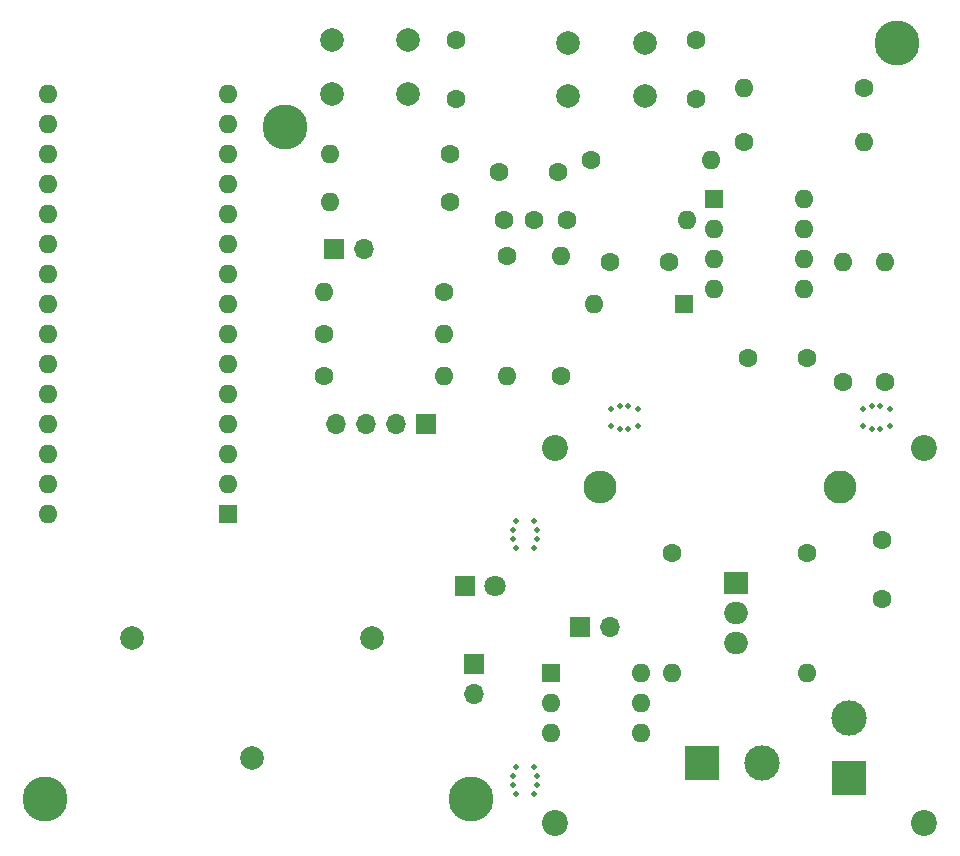
<source format=gbr>
%TF.GenerationSoftware,KiCad,Pcbnew,7.0.10*%
%TF.CreationDate,2024-02-07T09:44:58+01:00*%
%TF.ProjectId,NanoFridgeThermistat-board,4e616e6f-4672-4696-9467-65546865726d,rev?*%
%TF.SameCoordinates,Original*%
%TF.FileFunction,Soldermask,Bot*%
%TF.FilePolarity,Negative*%
%FSLAX46Y46*%
G04 Gerber Fmt 4.6, Leading zero omitted, Abs format (unit mm)*
G04 Created by KiCad (PCBNEW 7.0.10) date 2024-02-07 09:44:58*
%MOMM*%
%LPD*%
G01*
G04 APERTURE LIST*
%ADD10C,1.600000*%
%ADD11O,1.600000X1.600000*%
%ADD12R,1.800000X1.800000*%
%ADD13C,1.800000*%
%ADD14C,0.500000*%
%ADD15R,1.700000X1.700000*%
%ADD16O,1.700000X1.700000*%
%ADD17C,3.800000*%
%ADD18C,2.200000*%
%ADD19C,2.000000*%
%ADD20R,1.600000X1.600000*%
%ADD21R,2.000000X1.905000*%
%ADD22O,2.000000X1.905000*%
%ADD23R,3.000000X3.000000*%
%ADD24C,3.000000*%
%ADD25C,2.800000*%
%ADD26O,2.800000X2.800000*%
G04 APERTURE END LIST*
D10*
%TO.C,R4*%
X137160000Y-106426000D03*
D11*
X137160000Y-116586000D03*
%TD*%
D10*
%TO.C,C1*%
X154940000Y-105316000D03*
X154940000Y-110316000D03*
%TD*%
D12*
%TO.C,D2*%
X119634000Y-109220000D03*
D13*
X122174000Y-109220000D03*
%TD*%
D10*
%TO.C,C2*%
X118872000Y-68032000D03*
X118872000Y-63032000D03*
%TD*%
D14*
%TO.C,mouse-bite-1mm-slot*%
X131946000Y-94246000D03*
X131946000Y-95746000D03*
X132746000Y-93996000D03*
X132746000Y-95996000D03*
X133446000Y-93996000D03*
X133446000Y-95996000D03*
X134246000Y-94246000D03*
X134246000Y-95746000D03*
%TD*%
D10*
%TO.C,R14*%
X128260000Y-78232000D03*
D11*
X138420000Y-78232000D03*
%TD*%
D10*
%TO.C,R19*%
X153416000Y-67056000D03*
D11*
X143256000Y-67056000D03*
%TD*%
D15*
%TO.C,J1*%
X108478000Y-80722000D03*
D16*
X111018000Y-80722000D03*
%TD*%
D17*
%TO.C,H3*%
X156210000Y-63246000D03*
%TD*%
D10*
%TO.C,R16*%
X151628000Y-91948000D03*
D11*
X151628000Y-81788000D03*
%TD*%
D18*
%TO.C,H7*%
X127254000Y-129286000D03*
%TD*%
D19*
%TO.C,T1*%
X111760000Y-113665000D03*
X91440000Y-113665000D03*
X101600000Y-123825000D03*
%TD*%
D18*
%TO.C,H6*%
X127254000Y-97536000D03*
%TD*%
D10*
%TO.C,C5*%
X131856000Y-81788000D03*
X136856000Y-81788000D03*
%TD*%
D20*
%TO.C,A1*%
X99568000Y-103124000D03*
D11*
X99568000Y-100584000D03*
X99568000Y-98044000D03*
X99568000Y-95504000D03*
X99568000Y-92964000D03*
X99568000Y-90424000D03*
X99568000Y-87884000D03*
X99568000Y-85344000D03*
X99568000Y-82804000D03*
X99568000Y-80264000D03*
X99568000Y-77724000D03*
X99568000Y-75184000D03*
X99568000Y-72644000D03*
X99568000Y-70104000D03*
X99568000Y-67564000D03*
X84328000Y-67564000D03*
X84328000Y-70104000D03*
X84328000Y-72644000D03*
X84328000Y-75184000D03*
X84328000Y-77724000D03*
X84328000Y-80264000D03*
X84328000Y-82804000D03*
X84328000Y-85344000D03*
X84328000Y-87884000D03*
X84328000Y-90424000D03*
X84328000Y-92964000D03*
X84328000Y-95504000D03*
X84328000Y-98044000D03*
X84328000Y-100584000D03*
X84328000Y-103124000D03*
%TD*%
D21*
%TO.C,D1*%
X142565000Y-108966000D03*
D22*
X142565000Y-111506000D03*
X142565000Y-114046000D03*
%TD*%
D10*
%TO.C,R15*%
X130292000Y-73152000D03*
D11*
X140452000Y-73152000D03*
%TD*%
D10*
%TO.C,R9*%
X107696000Y-87884000D03*
D11*
X117856000Y-87884000D03*
%TD*%
D17*
%TO.C,H4*%
X120142000Y-127254000D03*
%TD*%
D18*
%TO.C,H5*%
X158496000Y-97536000D03*
%TD*%
D19*
%TO.C,SW2*%
X128322000Y-63282000D03*
X134822000Y-63282000D03*
X128322000Y-67782000D03*
X134822000Y-67782000D03*
%TD*%
D23*
%TO.C,J2*%
X139700000Y-124206000D03*
D24*
X144780000Y-124206000D03*
%TD*%
D10*
%TO.C,R2*%
X107696000Y-91440000D03*
D11*
X117856000Y-91440000D03*
%TD*%
D15*
%TO.C,J4*%
X116332000Y-95504000D03*
D16*
X113792000Y-95504000D03*
X111252000Y-95504000D03*
X108712000Y-95504000D03*
%TD*%
D15*
%TO.C,J6*%
X120396000Y-115824000D03*
D16*
X120396000Y-118364000D03*
%TD*%
D14*
%TO.C,mouse-bite-1mm-slot*%
X153282000Y-94246000D03*
X153282000Y-95746000D03*
X154082000Y-93996000D03*
X154082000Y-95996000D03*
X154782000Y-93996000D03*
X154782000Y-95996000D03*
X155582000Y-94246000D03*
X155582000Y-95746000D03*
%TD*%
D10*
%TO.C,C3*%
X139192000Y-67992000D03*
X139192000Y-62992000D03*
%TD*%
%TO.C,C4*%
X125446000Y-78232000D03*
X122946000Y-78232000D03*
%TD*%
%TO.C,R11*%
X118364000Y-76708000D03*
D11*
X108204000Y-76708000D03*
%TD*%
D20*
%TO.C,D3*%
X138166000Y-85344000D03*
D11*
X130546000Y-85344000D03*
%TD*%
D14*
%TO.C,mouse-bite-1mm-slot*%
X123964000Y-106052000D03*
X125464000Y-106052000D03*
X123714000Y-105252000D03*
X125714000Y-105252000D03*
X123714000Y-104552000D03*
X125714000Y-104552000D03*
X123964000Y-103752000D03*
X125464000Y-103752000D03*
%TD*%
D10*
%TO.C,C7*%
X143540000Y-89916000D03*
X148540000Y-89916000D03*
%TD*%
D18*
%TO.C,H8*%
X158496000Y-129286000D03*
%TD*%
D10*
%TO.C,C6*%
X122468000Y-74168000D03*
X127468000Y-74168000D03*
%TD*%
D15*
%TO.C,J5*%
X129306000Y-112731000D03*
D16*
X131846000Y-112731000D03*
%TD*%
D10*
%TO.C,R17*%
X155184000Y-91948000D03*
D11*
X155184000Y-81788000D03*
%TD*%
D10*
%TO.C,R3*%
X148590000Y-106426000D03*
D11*
X148590000Y-116586000D03*
%TD*%
D20*
%TO.C,U1*%
X126873000Y-116586000D03*
D11*
X126873000Y-119126000D03*
X126873000Y-121666000D03*
X134493000Y-121666000D03*
X134493000Y-119126000D03*
X134493000Y-116586000D03*
%TD*%
D14*
%TO.C,mouse-bite-1mm-slot*%
X123964000Y-126880000D03*
X125464000Y-126880000D03*
X123714000Y-126080000D03*
X125714000Y-126080000D03*
X123714000Y-125380000D03*
X125714000Y-125380000D03*
X123964000Y-124580000D03*
X125464000Y-124580000D03*
%TD*%
D10*
%TO.C,R12*%
X127752000Y-91440000D03*
D11*
X127752000Y-81280000D03*
%TD*%
D10*
%TO.C,R13*%
X123180000Y-81280000D03*
D11*
X123180000Y-91440000D03*
%TD*%
D10*
%TO.C,R10*%
X118364000Y-72644000D03*
D11*
X108204000Y-72644000D03*
%TD*%
D17*
%TO.C,H1*%
X84074000Y-127254000D03*
%TD*%
D25*
%TO.C,R8*%
X151384000Y-100838000D03*
D26*
X131064000Y-100838000D03*
%TD*%
D10*
%TO.C,R18*%
X143256000Y-71628000D03*
D11*
X153416000Y-71628000D03*
%TD*%
D20*
%TO.C,U2*%
X140716000Y-76464000D03*
D11*
X140716000Y-79004000D03*
X140716000Y-81544000D03*
X140716000Y-84084000D03*
X148336000Y-84084000D03*
X148336000Y-81544000D03*
X148336000Y-79004000D03*
X148336000Y-76464000D03*
%TD*%
D17*
%TO.C,H2*%
X104394000Y-70358000D03*
%TD*%
D19*
%TO.C,SW1*%
X108308000Y-63064000D03*
X114808000Y-63064000D03*
X108308000Y-67564000D03*
X114808000Y-67564000D03*
%TD*%
D23*
%TO.C,J3*%
X152146000Y-125476000D03*
D24*
X152146000Y-120396000D03*
%TD*%
D10*
%TO.C,R1*%
X117856000Y-84328000D03*
D11*
X107696000Y-84328000D03*
%TD*%
M02*

</source>
